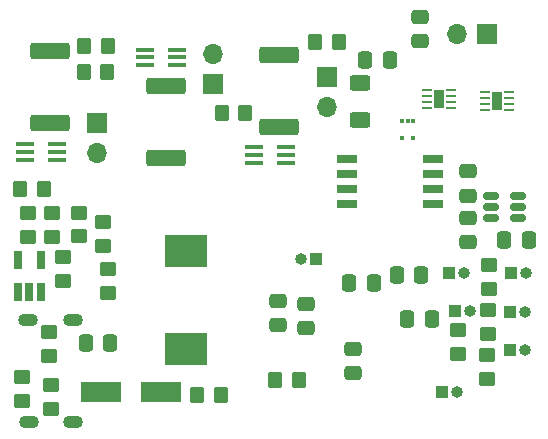
<source format=gbr>
%TF.GenerationSoftware,KiCad,Pcbnew,(6.0.2)*%
%TF.CreationDate,2022-05-11T05:14:46-07:00*%
%TF.ProjectId,InsulinCoolerBoard,496e7375-6c69-46e4-936f-6f6c6572426f,rev?*%
%TF.SameCoordinates,Original*%
%TF.FileFunction,Soldermask,Bot*%
%TF.FilePolarity,Negative*%
%FSLAX46Y46*%
G04 Gerber Fmt 4.6, Leading zero omitted, Abs format (unit mm)*
G04 Created by KiCad (PCBNEW (6.0.2)) date 2022-05-11 05:14:46*
%MOMM*%
%LPD*%
G01*
G04 APERTURE LIST*
G04 Aperture macros list*
%AMRoundRect*
0 Rectangle with rounded corners*
0 $1 Rounding radius*
0 $2 $3 $4 $5 $6 $7 $8 $9 X,Y pos of 4 corners*
0 Add a 4 corners polygon primitive as box body*
4,1,4,$2,$3,$4,$5,$6,$7,$8,$9,$2,$3,0*
0 Add four circle primitives for the rounded corners*
1,1,$1+$1,$2,$3*
1,1,$1+$1,$4,$5*
1,1,$1+$1,$6,$7*
1,1,$1+$1,$8,$9*
0 Add four rect primitives between the rounded corners*
20,1,$1+$1,$2,$3,$4,$5,0*
20,1,$1+$1,$4,$5,$6,$7,0*
20,1,$1+$1,$6,$7,$8,$9,0*
20,1,$1+$1,$8,$9,$2,$3,0*%
G04 Aperture macros list end*
%ADD10R,1.000000X1.000000*%
%ADD11O,1.000000X1.000000*%
%ADD12R,1.700000X1.700000*%
%ADD13O,1.700000X1.700000*%
%ADD14RoundRect,0.250000X-0.450000X0.350000X-0.450000X-0.350000X0.450000X-0.350000X0.450000X0.350000X0*%
%ADD15O,1.700000X1.100000*%
%ADD16RoundRect,0.250000X-0.350000X-0.450000X0.350000X-0.450000X0.350000X0.450000X-0.350000X0.450000X0*%
%ADD17R,3.500000X1.800000*%
%ADD18RoundRect,0.062500X-0.325000X-0.062500X0.325000X-0.062500X0.325000X0.062500X-0.325000X0.062500X0*%
%ADD19R,0.900000X1.650000*%
%ADD20RoundRect,0.150000X-0.512500X-0.150000X0.512500X-0.150000X0.512500X0.150000X-0.512500X0.150000X0*%
%ADD21R,0.650000X1.560000*%
%ADD22RoundRect,0.250000X0.475000X-0.337500X0.475000X0.337500X-0.475000X0.337500X-0.475000X-0.337500X0*%
%ADD23RoundRect,0.250000X-0.475000X0.337500X-0.475000X-0.337500X0.475000X-0.337500X0.475000X0.337500X0*%
%ADD24RoundRect,0.250000X0.350000X0.450000X-0.350000X0.450000X-0.350000X-0.450000X0.350000X-0.450000X0*%
%ADD25RoundRect,0.250000X-0.337500X-0.475000X0.337500X-0.475000X0.337500X0.475000X-0.337500X0.475000X0*%
%ADD26R,0.300000X0.450000*%
%ADD27R,1.500000X0.400000*%
%ADD28RoundRect,0.250000X0.337500X0.475000X-0.337500X0.475000X-0.337500X-0.475000X0.337500X-0.475000X0*%
%ADD29RoundRect,0.250000X-0.625000X0.400000X-0.625000X-0.400000X0.625000X-0.400000X0.625000X0.400000X0*%
%ADD30RoundRect,0.249999X-1.425001X0.450001X-1.425001X-0.450001X1.425001X-0.450001X1.425001X0.450001X0*%
%ADD31RoundRect,0.250000X0.450000X-0.350000X0.450000X0.350000X-0.450000X0.350000X-0.450000X-0.350000X0*%
%ADD32R,3.600000X2.700000*%
%ADD33R,1.700000X0.650000*%
%ADD34RoundRect,0.249999X1.425001X-0.450001X1.425001X0.450001X-1.425001X0.450001X-1.425001X-0.450001X0*%
G04 APERTURE END LIST*
D10*
%TO.C,TH3*%
X140142200Y-94716600D03*
D11*
X141412200Y-94716600D03*
%TD*%
D10*
%TO.C,TH2*%
X140131800Y-91465400D03*
D11*
X141401800Y-91465400D03*
%TD*%
D10*
%TO.C,TH1*%
X140182600Y-88188800D03*
D11*
X141452600Y-88188800D03*
%TD*%
D10*
%TO.C,SW1*%
X135458200Y-91363800D03*
D11*
X136728200Y-91363800D03*
%TD*%
D10*
%TO.C,J11*%
X134975600Y-88214200D03*
D11*
X136245600Y-88214200D03*
%TD*%
D10*
%TO.C,J4*%
X134340600Y-98298000D03*
D11*
X135610600Y-98298000D03*
%TD*%
D10*
%TO.C,J9*%
X123705899Y-87011901D03*
D11*
X122435899Y-87011901D03*
%TD*%
D12*
%TO.C,BT2*%
X114985800Y-72161400D03*
D13*
X114985800Y-69621400D03*
%TD*%
D14*
%TO.C,R20*%
X138328400Y-87493600D03*
X138328400Y-89493600D03*
%TD*%
D15*
%TO.C,J2*%
X99300055Y-92148600D03*
X103100055Y-92148600D03*
X103150055Y-100798600D03*
X99350055Y-100798600D03*
%TD*%
D12*
%TO.C,BT3*%
X124612400Y-71551800D03*
D13*
X124612400Y-74091800D03*
%TD*%
D14*
%TO.C,R21*%
X138277600Y-91303600D03*
X138277600Y-93303600D03*
%TD*%
%TO.C,R24*%
X138125200Y-95164400D03*
X138125200Y-97164400D03*
%TD*%
D12*
%TO.C,J1*%
X138175800Y-67949300D03*
D13*
X135635800Y-67949300D03*
%TD*%
D12*
%TO.C,BT1*%
X105181400Y-75514200D03*
D13*
X105181400Y-78054200D03*
%TD*%
D16*
%TO.C,R39*%
X113646200Y-98526600D03*
X115646200Y-98526600D03*
%TD*%
D14*
%TO.C,R34*%
X102260400Y-86858600D03*
X102260400Y-88858600D03*
%TD*%
D17*
%TO.C,D4*%
X105519800Y-98257400D03*
X110519800Y-98257400D03*
%TD*%
D16*
%TO.C,R26*%
X115687600Y-74676000D03*
X117687600Y-74676000D03*
%TD*%
D18*
%TO.C,U6*%
X133113700Y-74216500D03*
X133113700Y-73716500D03*
X133113700Y-73216500D03*
X133113700Y-72716500D03*
X135088700Y-72716500D03*
X135088700Y-73216500D03*
X135088700Y-73716500D03*
X135088700Y-74216500D03*
D19*
X134101200Y-73466500D03*
%TD*%
D14*
%TO.C,R9*%
X98806000Y-97018600D03*
X98806000Y-99018600D03*
%TD*%
D20*
%TO.C,U16*%
X138511700Y-83525400D03*
X138511700Y-82575400D03*
X138511700Y-81625400D03*
X140786700Y-81625400D03*
X140786700Y-82575400D03*
X140786700Y-83525400D03*
%TD*%
D21*
%TO.C,U15*%
X100365600Y-89818200D03*
X99415600Y-89818200D03*
X98465600Y-89818200D03*
X98465600Y-87118200D03*
X100365600Y-87118200D03*
%TD*%
D22*
%TO.C,C6*%
X122869299Y-92857701D03*
X122869299Y-90782701D03*
%TD*%
D18*
%TO.C,U18*%
X138009582Y-74341600D03*
X138009582Y-73841600D03*
X138009582Y-73341600D03*
X138009582Y-72841600D03*
X139984582Y-72841600D03*
X139984582Y-73341600D03*
X139984582Y-73841600D03*
X139984582Y-74341600D03*
D19*
X138997082Y-73591600D03*
%TD*%
D23*
%TO.C,C5*%
X126847299Y-94592701D03*
X126847299Y-96667701D03*
%TD*%
D24*
%TO.C,R25*%
X106079800Y-68986400D03*
X104079800Y-68986400D03*
%TD*%
D25*
%TO.C,C18*%
X130509100Y-88315800D03*
X132584100Y-88315800D03*
%TD*%
%TO.C,C10*%
X126492000Y-89027000D03*
X128567000Y-89027000D03*
%TD*%
D16*
%TO.C,R17*%
X98634800Y-81051400D03*
X100634800Y-81051400D03*
%TD*%
D26*
%TO.C,U2*%
X130934000Y-75338500D03*
X131434000Y-75338500D03*
X131934000Y-75338500D03*
X131934000Y-76738500D03*
X130934000Y-76738500D03*
%TD*%
D27*
%TO.C,U10*%
X109236200Y-70569200D03*
X109236200Y-69919200D03*
X109236200Y-69269200D03*
X111896200Y-69269200D03*
X111896200Y-69919200D03*
X111896200Y-70569200D03*
%TD*%
%TO.C,U11*%
X121116400Y-77549600D03*
X121116400Y-78199600D03*
X121116400Y-78849600D03*
X118456400Y-78849600D03*
X118456400Y-78199600D03*
X118456400Y-77549600D03*
%TD*%
D28*
%TO.C,C11*%
X141677300Y-85394800D03*
X139602300Y-85394800D03*
%TD*%
D14*
%TO.C,R8*%
X101219000Y-97679000D03*
X101219000Y-99679000D03*
%TD*%
%TO.C,R7*%
X106095800Y-87858600D03*
X106095800Y-89858600D03*
%TD*%
D22*
%TO.C,C9*%
X132511800Y-68576100D03*
X132511800Y-66501100D03*
%TD*%
D25*
%TO.C,C12*%
X127838200Y-70129400D03*
X129913200Y-70129400D03*
%TD*%
D16*
%TO.C,R1*%
X120218200Y-97282000D03*
X122218200Y-97282000D03*
%TD*%
D27*
%TO.C,U9*%
X101736200Y-77288200D03*
X101736200Y-77938200D03*
X101736200Y-78588200D03*
X99076200Y-78588200D03*
X99076200Y-77938200D03*
X99076200Y-77288200D03*
%TD*%
D23*
%TO.C,C7*%
X120456299Y-90528701D03*
X120456299Y-92603701D03*
%TD*%
D29*
%TO.C,R4*%
X127381000Y-72084600D03*
X127381000Y-75184600D03*
%TD*%
D23*
%TO.C,C13*%
X136550400Y-83493700D03*
X136550400Y-85568700D03*
%TD*%
D14*
%TO.C,R30*%
X99314000Y-83140800D03*
X99314000Y-85140800D03*
%TD*%
D30*
%TO.C,R16*%
X120548400Y-69746400D03*
X120548400Y-75846400D03*
%TD*%
D28*
%TO.C,C8*%
X133472799Y-92057101D03*
X131397799Y-92057101D03*
%TD*%
D22*
%TO.C,C14*%
X136575800Y-81631700D03*
X136575800Y-79556700D03*
%TD*%
D31*
%TO.C,R2*%
X135737600Y-95005400D03*
X135737600Y-93005400D03*
%TD*%
D16*
%TO.C,R22*%
X104029000Y-71145400D03*
X106029000Y-71145400D03*
%TD*%
D25*
%TO.C,C21*%
X104169300Y-94107000D03*
X106244300Y-94107000D03*
%TD*%
D31*
%TO.C,R33*%
X101066600Y-95183200D03*
X101066600Y-93183200D03*
%TD*%
D32*
%TO.C,L3*%
X112642600Y-94584200D03*
X112642600Y-86284200D03*
%TD*%
D33*
%TO.C,U22*%
X133573899Y-78553701D03*
X133573899Y-79823701D03*
X133573899Y-81093701D03*
X133573899Y-82363701D03*
X126273899Y-82363701D03*
X126273899Y-81093701D03*
X126273899Y-79823701D03*
X126273899Y-78553701D03*
%TD*%
D24*
%TO.C,R29*%
X125637800Y-68605400D03*
X123637800Y-68605400D03*
%TD*%
D34*
%TO.C,R15*%
X111023400Y-78481000D03*
X111023400Y-72381000D03*
%TD*%
D31*
%TO.C,R6*%
X103606600Y-85074000D03*
X103606600Y-83074000D03*
%TD*%
D30*
%TO.C,R12*%
X101193600Y-69365400D03*
X101193600Y-75465400D03*
%TD*%
D31*
%TO.C,R31*%
X101371400Y-85140800D03*
X101371400Y-83140800D03*
%TD*%
%TO.C,R5*%
X105689400Y-85886800D03*
X105689400Y-83886800D03*
%TD*%
M02*

</source>
